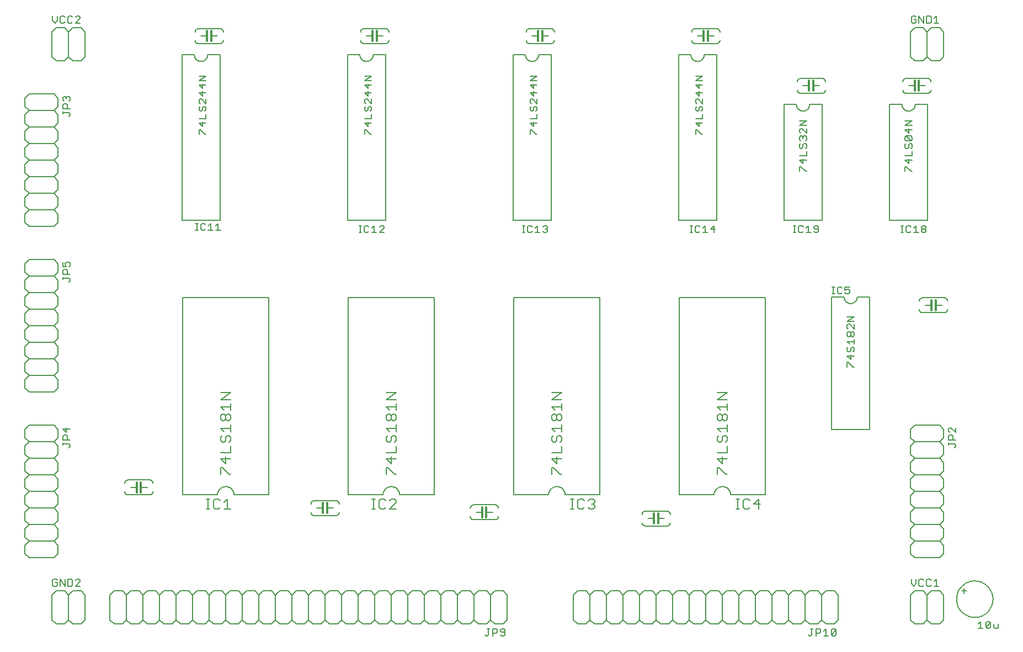
<source format=gtl>
G75*
%MOIN*%
%OFA0B0*%
%FSLAX24Y24*%
%IPPOS*%
%LPD*%
%AMOC8*
5,1,8,0,0,1.08239X$1,22.5*
%
%ADD10C,0.0080*%
%ADD11C,0.0120*%
D10*
X006890Y005890D02*
X007140Y005640D01*
X007640Y005640D01*
X007890Y005890D01*
X007890Y007390D01*
X008140Y007640D01*
X008640Y007640D01*
X008890Y007390D01*
X008890Y005890D01*
X008640Y005640D01*
X008140Y005640D01*
X007890Y005890D01*
X006890Y005890D02*
X006890Y007390D01*
X007140Y007640D01*
X007640Y007640D01*
X007890Y007390D01*
X007851Y007930D02*
X008061Y007930D01*
X008131Y008000D01*
X008131Y008280D01*
X008061Y008350D01*
X007851Y008350D01*
X007851Y007930D01*
X007671Y007930D02*
X007671Y008350D01*
X007390Y008350D02*
X007671Y007930D01*
X007390Y007930D02*
X007390Y008350D01*
X007210Y008280D02*
X007140Y008350D01*
X007000Y008350D01*
X006930Y008280D01*
X006930Y008000D01*
X007000Y007930D01*
X007140Y007930D01*
X007210Y008000D01*
X007210Y008140D01*
X007070Y008140D01*
X008311Y008280D02*
X008381Y008350D01*
X008521Y008350D01*
X008591Y008280D01*
X008591Y008210D01*
X008311Y007930D01*
X008591Y007930D01*
X010390Y007390D02*
X010390Y005890D01*
X010640Y005640D01*
X011140Y005640D01*
X011390Y005890D01*
X011390Y007390D01*
X011140Y007640D01*
X010640Y007640D01*
X010390Y007390D01*
X011390Y007390D02*
X011640Y007640D01*
X012140Y007640D01*
X012390Y007390D01*
X012390Y005890D01*
X012140Y005640D01*
X011640Y005640D01*
X011390Y005890D01*
X012390Y005890D02*
X012640Y005640D01*
X013140Y005640D01*
X013390Y005890D01*
X013390Y007390D01*
X013140Y007640D01*
X012640Y007640D01*
X012390Y007390D01*
X013390Y007390D02*
X013640Y007640D01*
X014140Y007640D01*
X014390Y007390D01*
X014390Y005890D01*
X014140Y005640D01*
X013640Y005640D01*
X013390Y005890D01*
X014390Y005890D02*
X014640Y005640D01*
X015140Y005640D01*
X015390Y005890D01*
X015390Y007390D01*
X015140Y007640D01*
X014640Y007640D01*
X014390Y007390D01*
X015390Y007390D02*
X015640Y007640D01*
X016140Y007640D01*
X016390Y007390D01*
X016390Y005890D01*
X016140Y005640D01*
X015640Y005640D01*
X015390Y005890D01*
X016390Y005890D02*
X016640Y005640D01*
X017140Y005640D01*
X017390Y005890D01*
X017390Y007390D01*
X017640Y007640D01*
X018140Y007640D01*
X018390Y007390D01*
X018390Y005890D01*
X018140Y005640D01*
X017640Y005640D01*
X017390Y005890D01*
X018390Y005890D02*
X018640Y005640D01*
X019140Y005640D01*
X019390Y005890D01*
X019390Y007390D01*
X019640Y007640D01*
X020140Y007640D01*
X020390Y007390D01*
X020390Y005890D01*
X020140Y005640D01*
X019640Y005640D01*
X019390Y005890D01*
X020390Y005890D02*
X020640Y005640D01*
X021140Y005640D01*
X021390Y005890D01*
X021390Y007390D01*
X021640Y007640D01*
X022140Y007640D01*
X022390Y007390D01*
X022390Y005890D01*
X022140Y005640D01*
X021640Y005640D01*
X021390Y005890D01*
X022390Y005890D02*
X022640Y005640D01*
X023140Y005640D01*
X023390Y005890D01*
X023390Y007390D01*
X023640Y007640D01*
X024140Y007640D01*
X024390Y007390D01*
X024390Y005890D01*
X024140Y005640D01*
X023640Y005640D01*
X023390Y005890D01*
X024390Y005890D02*
X024640Y005640D01*
X025140Y005640D01*
X025390Y005890D01*
X025390Y007390D01*
X025640Y007640D01*
X026140Y007640D01*
X026390Y007390D01*
X026390Y005890D01*
X026140Y005640D01*
X025640Y005640D01*
X025390Y005890D01*
X026390Y005890D02*
X026640Y005640D01*
X027140Y005640D01*
X027390Y005890D01*
X027390Y007390D01*
X027640Y007640D01*
X028140Y007640D01*
X028390Y007390D01*
X028390Y005890D01*
X028140Y005640D01*
X027640Y005640D01*
X027390Y005890D01*
X028390Y005890D02*
X028640Y005640D01*
X029140Y005640D01*
X029390Y005890D01*
X029390Y007390D01*
X029140Y007640D01*
X028640Y007640D01*
X028390Y007390D01*
X029390Y007390D02*
X029640Y007640D01*
X030140Y007640D01*
X030390Y007390D01*
X030390Y005890D01*
X030140Y005640D01*
X029640Y005640D01*
X029390Y005890D01*
X030390Y005890D02*
X030640Y005640D01*
X031140Y005640D01*
X031390Y005890D01*
X031390Y007390D01*
X031140Y007640D01*
X030640Y007640D01*
X030390Y007390D01*
X031390Y007390D02*
X031640Y007640D01*
X032140Y007640D01*
X032390Y007390D01*
X032390Y005890D01*
X032140Y005640D01*
X031640Y005640D01*
X031390Y005890D01*
X032390Y005890D02*
X032640Y005640D01*
X033140Y005640D01*
X033390Y005890D01*
X033390Y007390D01*
X033140Y007640D01*
X032640Y007640D01*
X032390Y007390D01*
X033390Y007390D02*
X033640Y007640D01*
X034140Y007640D01*
X034390Y007390D01*
X034390Y005890D01*
X034140Y005640D01*
X033640Y005640D01*
X033390Y005890D01*
X033329Y005350D02*
X033189Y005350D01*
X033259Y005350D02*
X033259Y005000D01*
X033189Y004930D01*
X033119Y004930D01*
X033049Y005000D01*
X033509Y004930D02*
X033509Y005350D01*
X033719Y005350D01*
X033789Y005280D01*
X033789Y005140D01*
X033719Y005070D01*
X033509Y005070D01*
X033970Y005000D02*
X034040Y004930D01*
X034180Y004930D01*
X034250Y005000D01*
X034250Y005280D01*
X034180Y005350D01*
X034040Y005350D01*
X033970Y005280D01*
X033970Y005210D01*
X034040Y005140D01*
X034250Y005140D01*
X038390Y005890D02*
X038640Y005640D01*
X039140Y005640D01*
X039390Y005890D01*
X039390Y007390D01*
X039640Y007640D01*
X040140Y007640D01*
X040390Y007390D01*
X040390Y005890D01*
X040140Y005640D01*
X039640Y005640D01*
X039390Y005890D01*
X038390Y005890D02*
X038390Y007390D01*
X038640Y007640D01*
X039140Y007640D01*
X039390Y007390D01*
X040390Y007390D02*
X040640Y007640D01*
X041140Y007640D01*
X041390Y007390D01*
X041390Y005890D01*
X041140Y005640D01*
X040640Y005640D01*
X040390Y005890D01*
X041390Y005890D02*
X041640Y005640D01*
X042140Y005640D01*
X042390Y005890D01*
X042390Y007390D01*
X042640Y007640D01*
X043140Y007640D01*
X043390Y007390D01*
X043390Y005890D01*
X043140Y005640D01*
X042640Y005640D01*
X042390Y005890D01*
X043390Y005890D02*
X043640Y005640D01*
X044140Y005640D01*
X044390Y005890D01*
X044390Y007390D01*
X044640Y007640D01*
X045140Y007640D01*
X045390Y007390D01*
X045390Y005890D01*
X045140Y005640D01*
X044640Y005640D01*
X044390Y005890D01*
X045390Y005890D02*
X045640Y005640D01*
X046140Y005640D01*
X046390Y005890D01*
X046390Y007390D01*
X046640Y007640D01*
X047140Y007640D01*
X047390Y007390D01*
X047390Y005890D01*
X047140Y005640D01*
X046640Y005640D01*
X046390Y005890D01*
X047390Y005890D02*
X047640Y005640D01*
X048140Y005640D01*
X048390Y005890D01*
X048390Y007390D01*
X048140Y007640D01*
X047640Y007640D01*
X047390Y007390D01*
X046390Y007390D02*
X046140Y007640D01*
X045640Y007640D01*
X045390Y007390D01*
X044390Y007390D02*
X044140Y007640D01*
X043640Y007640D01*
X043390Y007390D01*
X042390Y007390D02*
X042140Y007640D01*
X041640Y007640D01*
X041390Y007390D01*
X042740Y011565D02*
X044040Y011565D01*
X044066Y011567D01*
X044092Y011572D01*
X044117Y011580D01*
X044140Y011592D01*
X044162Y011606D01*
X044181Y011624D01*
X044199Y011643D01*
X044213Y011665D01*
X044225Y011688D01*
X044233Y011713D01*
X044238Y011739D01*
X044240Y011765D01*
X043890Y012015D02*
X043510Y012015D01*
X043260Y012015D02*
X042890Y012015D01*
X042540Y011765D02*
X042542Y011739D01*
X042547Y011713D01*
X042555Y011688D01*
X042567Y011665D01*
X042581Y011643D01*
X042599Y011624D01*
X042618Y011606D01*
X042640Y011592D01*
X042663Y011580D01*
X042688Y011572D01*
X042714Y011567D01*
X042740Y011565D01*
X042540Y012265D02*
X042542Y012291D01*
X042547Y012317D01*
X042555Y012342D01*
X042567Y012365D01*
X042581Y012387D01*
X042599Y012406D01*
X042618Y012424D01*
X042640Y012438D01*
X042663Y012450D01*
X042688Y012458D01*
X042714Y012463D01*
X042740Y012465D01*
X044040Y012465D01*
X044066Y012463D01*
X044092Y012458D01*
X044117Y012450D01*
X044140Y012438D01*
X044162Y012424D01*
X044181Y012406D01*
X044199Y012387D01*
X044213Y012365D01*
X044225Y012342D01*
X044233Y012317D01*
X044238Y012291D01*
X044240Y012265D01*
X044790Y013440D02*
X044790Y025340D01*
X049990Y025340D01*
X049990Y013440D01*
X047890Y013440D01*
X048211Y013201D02*
X048418Y013201D01*
X048315Y013201D02*
X048315Y012580D01*
X048418Y012580D02*
X048211Y012580D01*
X048641Y012683D02*
X048641Y013097D01*
X048744Y013201D01*
X048951Y013201D01*
X049055Y013097D01*
X049285Y012890D02*
X049699Y012890D01*
X049596Y012580D02*
X049596Y013201D01*
X049285Y012890D01*
X049055Y012683D02*
X048951Y012580D01*
X048744Y012580D01*
X048641Y012683D01*
X047890Y013440D02*
X047888Y013484D01*
X047882Y013527D01*
X047873Y013569D01*
X047860Y013611D01*
X047843Y013651D01*
X047823Y013690D01*
X047800Y013727D01*
X047773Y013761D01*
X047744Y013794D01*
X047711Y013823D01*
X047677Y013850D01*
X047640Y013873D01*
X047601Y013893D01*
X047561Y013910D01*
X047519Y013923D01*
X047477Y013932D01*
X047434Y013938D01*
X047390Y013940D01*
X047346Y013938D01*
X047303Y013932D01*
X047261Y013923D01*
X047219Y013910D01*
X047179Y013893D01*
X047140Y013873D01*
X047103Y013850D01*
X047069Y013823D01*
X047036Y013794D01*
X047007Y013761D01*
X046980Y013727D01*
X046957Y013690D01*
X046937Y013651D01*
X046920Y013611D01*
X046907Y013569D01*
X046898Y013527D01*
X046892Y013484D01*
X046890Y013440D01*
X044790Y013440D01*
X047079Y014680D02*
X047079Y015094D01*
X047183Y015094D01*
X047597Y014680D01*
X047700Y014680D01*
X047390Y015325D02*
X047390Y015738D01*
X047700Y015635D02*
X047079Y015635D01*
X047390Y015325D01*
X047700Y015969D02*
X047079Y015969D01*
X047700Y015969D02*
X047700Y016383D01*
X047597Y016614D02*
X047700Y016717D01*
X047700Y016924D01*
X047597Y017027D01*
X047493Y017027D01*
X047390Y016924D01*
X047390Y016717D01*
X047286Y016614D01*
X047183Y016614D01*
X047079Y016717D01*
X047079Y016924D01*
X047183Y017027D01*
X047286Y017258D02*
X047079Y017465D01*
X047700Y017465D01*
X047700Y017258D02*
X047700Y017672D01*
X047597Y017903D02*
X047493Y017903D01*
X047390Y018006D01*
X047390Y018213D01*
X047493Y018316D01*
X047597Y018316D01*
X047700Y018213D01*
X047700Y018006D01*
X047597Y017903D01*
X047390Y018006D02*
X047286Y017903D01*
X047183Y017903D01*
X047079Y018006D01*
X047079Y018213D01*
X047183Y018316D01*
X047286Y018316D01*
X047390Y018213D01*
X047286Y018547D02*
X047079Y018754D01*
X047700Y018754D01*
X047700Y018547D02*
X047700Y018961D01*
X047700Y019192D02*
X047079Y019192D01*
X047700Y019606D01*
X047079Y019606D01*
X053990Y017390D02*
X056290Y017390D01*
X056290Y025390D01*
X055540Y025390D01*
X055538Y025351D01*
X055532Y025312D01*
X055523Y025274D01*
X055510Y025237D01*
X055493Y025201D01*
X055473Y025168D01*
X055449Y025136D01*
X055423Y025107D01*
X055394Y025081D01*
X055362Y025057D01*
X055329Y025037D01*
X055293Y025020D01*
X055256Y025007D01*
X055218Y024998D01*
X055179Y024992D01*
X055140Y024990D01*
X055101Y024992D01*
X055062Y024998D01*
X055024Y025007D01*
X054987Y025020D01*
X054951Y025037D01*
X054918Y025057D01*
X054886Y025081D01*
X054857Y025107D01*
X054831Y025136D01*
X054807Y025168D01*
X054787Y025201D01*
X054770Y025237D01*
X054757Y025274D01*
X054748Y025312D01*
X054742Y025351D01*
X054740Y025390D01*
X053990Y025390D01*
X053990Y017390D01*
X058765Y017390D02*
X058765Y016890D01*
X059015Y016640D01*
X060515Y016640D01*
X060765Y016390D01*
X060765Y015890D01*
X060515Y015640D01*
X059015Y015640D01*
X058765Y015390D01*
X058765Y014890D01*
X059015Y014640D01*
X060515Y014640D01*
X060765Y014390D01*
X060765Y013890D01*
X060515Y013640D01*
X059015Y013640D01*
X058765Y013390D01*
X058765Y012890D01*
X059015Y012640D01*
X060515Y012640D01*
X060765Y012390D01*
X060765Y011890D01*
X060515Y011640D01*
X059015Y011640D01*
X058765Y011390D01*
X058765Y010890D01*
X059015Y010640D01*
X058765Y010390D01*
X058765Y009890D01*
X059015Y009640D01*
X060515Y009640D01*
X060765Y009890D01*
X060765Y010390D01*
X060515Y010640D01*
X059015Y010640D01*
X059015Y011640D02*
X058765Y011890D01*
X058765Y012390D01*
X059015Y012640D01*
X059015Y013640D02*
X058765Y013890D01*
X058765Y014390D01*
X059015Y014640D01*
X059015Y015640D02*
X058765Y015890D01*
X058765Y016390D01*
X059015Y016640D01*
X058765Y017390D02*
X059015Y017640D01*
X060515Y017640D01*
X060765Y017390D01*
X060765Y016890D01*
X060515Y016640D01*
X061055Y016579D02*
X061055Y016439D01*
X061055Y016509D02*
X061405Y016509D01*
X061475Y016439D01*
X061475Y016369D01*
X061405Y016299D01*
X061475Y016759D02*
X061055Y016759D01*
X061055Y016969D01*
X061125Y017039D01*
X061265Y017039D01*
X061335Y016969D01*
X061335Y016759D01*
X061475Y017220D02*
X061195Y017500D01*
X061125Y017500D01*
X061055Y017430D01*
X061055Y017290D01*
X061125Y017220D01*
X061475Y017220D02*
X061475Y017500D01*
X060515Y015640D02*
X060765Y015390D01*
X060765Y014890D01*
X060515Y014640D01*
X060515Y013640D02*
X060765Y013390D01*
X060765Y012890D01*
X060515Y012640D01*
X060515Y011640D02*
X060765Y011390D01*
X060765Y010890D01*
X060515Y010640D01*
X060326Y008350D02*
X060186Y008210D01*
X060006Y008280D02*
X059936Y008350D01*
X059796Y008350D01*
X059726Y008280D01*
X059726Y008000D01*
X059796Y007930D01*
X059936Y007930D01*
X060006Y008000D01*
X060186Y007930D02*
X060466Y007930D01*
X060326Y007930D02*
X060326Y008350D01*
X060515Y007640D02*
X060015Y007640D01*
X059765Y007390D01*
X059765Y005890D01*
X060015Y005640D01*
X060515Y005640D01*
X060765Y005890D01*
X060765Y007390D01*
X060515Y007640D01*
X059765Y007390D02*
X059515Y007640D01*
X059015Y007640D01*
X058765Y007390D01*
X058765Y005890D01*
X059015Y005640D01*
X059515Y005640D01*
X059765Y005890D01*
X061990Y007490D02*
X061990Y007640D01*
X061990Y007790D01*
X061990Y007640D02*
X062140Y007640D01*
X061990Y007640D02*
X061840Y007640D01*
X061540Y007140D02*
X061542Y007206D01*
X061548Y007271D01*
X061558Y007336D01*
X061571Y007401D01*
X061589Y007464D01*
X061610Y007527D01*
X061635Y007587D01*
X061664Y007647D01*
X061696Y007704D01*
X061731Y007760D01*
X061770Y007813D01*
X061812Y007864D01*
X061856Y007912D01*
X061904Y007957D01*
X061954Y008000D01*
X062007Y008039D01*
X062062Y008076D01*
X062119Y008109D01*
X062178Y008138D01*
X062238Y008164D01*
X062300Y008186D01*
X062363Y008205D01*
X062427Y008219D01*
X062492Y008230D01*
X062558Y008237D01*
X062624Y008240D01*
X062689Y008239D01*
X062755Y008234D01*
X062820Y008225D01*
X062885Y008212D01*
X062948Y008196D01*
X063011Y008176D01*
X063072Y008151D01*
X063132Y008124D01*
X063190Y008093D01*
X063246Y008058D01*
X063300Y008020D01*
X063351Y007979D01*
X063400Y007935D01*
X063446Y007888D01*
X063490Y007839D01*
X063530Y007787D01*
X063567Y007732D01*
X063601Y007676D01*
X063631Y007617D01*
X063658Y007557D01*
X063681Y007496D01*
X063700Y007433D01*
X063716Y007369D01*
X063728Y007304D01*
X063736Y007239D01*
X063740Y007173D01*
X063740Y007107D01*
X063736Y007041D01*
X063728Y006976D01*
X063716Y006911D01*
X063700Y006847D01*
X063681Y006784D01*
X063658Y006723D01*
X063631Y006663D01*
X063601Y006604D01*
X063567Y006548D01*
X063530Y006493D01*
X063490Y006441D01*
X063446Y006392D01*
X063400Y006345D01*
X063351Y006301D01*
X063300Y006260D01*
X063246Y006222D01*
X063190Y006187D01*
X063132Y006156D01*
X063072Y006129D01*
X063011Y006104D01*
X062948Y006084D01*
X062885Y006068D01*
X062820Y006055D01*
X062755Y006046D01*
X062689Y006041D01*
X062624Y006040D01*
X062558Y006043D01*
X062492Y006050D01*
X062427Y006061D01*
X062363Y006075D01*
X062300Y006094D01*
X062238Y006116D01*
X062178Y006142D01*
X062119Y006171D01*
X062062Y006204D01*
X062007Y006241D01*
X061954Y006280D01*
X061904Y006323D01*
X061856Y006368D01*
X061812Y006416D01*
X061770Y006467D01*
X061731Y006520D01*
X061696Y006576D01*
X061664Y006633D01*
X061635Y006693D01*
X061610Y006753D01*
X061589Y006816D01*
X061571Y006879D01*
X061558Y006944D01*
X061548Y007009D01*
X061542Y007074D01*
X061540Y007140D01*
X062995Y005800D02*
X062995Y005380D01*
X062855Y005380D02*
X063135Y005380D01*
X063315Y005450D02*
X063596Y005730D01*
X063596Y005450D01*
X063526Y005380D01*
X063385Y005380D01*
X063315Y005450D01*
X063315Y005730D01*
X063385Y005800D01*
X063526Y005800D01*
X063596Y005730D01*
X063776Y005660D02*
X063776Y005450D01*
X063846Y005380D01*
X064056Y005380D01*
X064056Y005660D01*
X062995Y005800D02*
X062855Y005660D01*
X059546Y008000D02*
X059476Y007930D01*
X059335Y007930D01*
X059265Y008000D01*
X059265Y008280D01*
X059335Y008350D01*
X059476Y008350D01*
X059546Y008280D01*
X059085Y008350D02*
X059085Y008070D01*
X058945Y007930D01*
X058805Y008070D01*
X058805Y008350D01*
X054390Y007390D02*
X054390Y005890D01*
X054140Y005640D01*
X053640Y005640D01*
X053390Y005890D01*
X053390Y007390D01*
X053140Y007640D01*
X052640Y007640D01*
X052390Y007390D01*
X052390Y005890D01*
X052140Y005640D01*
X051640Y005640D01*
X051390Y005890D01*
X051390Y007390D01*
X051140Y007640D01*
X050640Y007640D01*
X050390Y007390D01*
X050390Y005890D01*
X050140Y005640D01*
X049640Y005640D01*
X049390Y005890D01*
X049390Y007390D01*
X049140Y007640D01*
X048640Y007640D01*
X048390Y007390D01*
X049390Y007390D02*
X049640Y007640D01*
X050140Y007640D01*
X050390Y007390D01*
X051390Y007390D02*
X051640Y007640D01*
X052140Y007640D01*
X052390Y007390D01*
X053390Y007390D02*
X053640Y007640D01*
X054140Y007640D01*
X054390Y007390D01*
X053390Y005890D02*
X053140Y005640D01*
X052640Y005640D01*
X052390Y005890D01*
X052729Y005350D02*
X052869Y005350D01*
X052799Y005350D02*
X052799Y005000D01*
X052729Y004930D01*
X052658Y004930D01*
X052588Y005000D01*
X053049Y004930D02*
X053049Y005350D01*
X053259Y005350D01*
X053329Y005280D01*
X053329Y005140D01*
X053259Y005070D01*
X053049Y005070D01*
X053509Y004930D02*
X053789Y004930D01*
X053649Y004930D02*
X053649Y005350D01*
X053509Y005210D01*
X053970Y005280D02*
X053970Y005000D01*
X054250Y005280D01*
X054250Y005000D01*
X054180Y004930D01*
X054040Y004930D01*
X053970Y005000D01*
X053970Y005280D02*
X054040Y005350D01*
X054180Y005350D01*
X054250Y005280D01*
X051390Y005890D02*
X051140Y005640D01*
X050640Y005640D01*
X050390Y005890D01*
X049390Y005890D02*
X049140Y005640D01*
X048640Y005640D01*
X048390Y005890D01*
X039699Y012683D02*
X039596Y012580D01*
X039389Y012580D01*
X039285Y012683D01*
X039055Y012683D02*
X038951Y012580D01*
X038744Y012580D01*
X038641Y012683D01*
X038641Y013097D01*
X038744Y013201D01*
X038951Y013201D01*
X039055Y013097D01*
X039285Y013097D02*
X039389Y013201D01*
X039596Y013201D01*
X039699Y013097D01*
X039699Y012994D01*
X039596Y012890D01*
X039699Y012787D01*
X039699Y012683D01*
X039596Y012890D02*
X039492Y012890D01*
X039990Y013440D02*
X039990Y025340D01*
X034790Y025340D01*
X034790Y013440D01*
X036890Y013440D01*
X036892Y013484D01*
X036898Y013527D01*
X036907Y013569D01*
X036920Y013611D01*
X036937Y013651D01*
X036957Y013690D01*
X036980Y013727D01*
X037007Y013761D01*
X037036Y013794D01*
X037069Y013823D01*
X037103Y013850D01*
X037140Y013873D01*
X037179Y013893D01*
X037219Y013910D01*
X037261Y013923D01*
X037303Y013932D01*
X037346Y013938D01*
X037390Y013940D01*
X037434Y013938D01*
X037477Y013932D01*
X037519Y013923D01*
X037561Y013910D01*
X037601Y013893D01*
X037640Y013873D01*
X037677Y013850D01*
X037711Y013823D01*
X037744Y013794D01*
X037773Y013761D01*
X037800Y013727D01*
X037823Y013690D01*
X037843Y013651D01*
X037860Y013611D01*
X037873Y013569D01*
X037882Y013527D01*
X037888Y013484D01*
X037890Y013440D01*
X039990Y013440D01*
X038418Y013201D02*
X038211Y013201D01*
X038315Y013201D02*
X038315Y012580D01*
X038418Y012580D02*
X038211Y012580D01*
X037700Y014680D02*
X037597Y014680D01*
X037183Y015094D01*
X037079Y015094D01*
X037079Y014680D01*
X037390Y015325D02*
X037390Y015738D01*
X037700Y015635D02*
X037079Y015635D01*
X037390Y015325D01*
X037700Y015969D02*
X037079Y015969D01*
X037700Y015969D02*
X037700Y016383D01*
X037597Y016614D02*
X037700Y016717D01*
X037700Y016924D01*
X037597Y017027D01*
X037493Y017027D01*
X037390Y016924D01*
X037390Y016717D01*
X037286Y016614D01*
X037183Y016614D01*
X037079Y016717D01*
X037079Y016924D01*
X037183Y017027D01*
X037286Y017258D02*
X037079Y017465D01*
X037700Y017465D01*
X037700Y017258D02*
X037700Y017672D01*
X037597Y017903D02*
X037493Y017903D01*
X037390Y018006D01*
X037390Y018213D01*
X037493Y018316D01*
X037597Y018316D01*
X037700Y018213D01*
X037700Y018006D01*
X037597Y017903D01*
X037390Y018006D02*
X037286Y017903D01*
X037183Y017903D01*
X037079Y018006D01*
X037079Y018213D01*
X037183Y018316D01*
X037286Y018316D01*
X037390Y018213D01*
X037286Y018547D02*
X037079Y018754D01*
X037700Y018754D01*
X037700Y018547D02*
X037700Y018961D01*
X037700Y019192D02*
X037079Y019192D01*
X037700Y019606D01*
X037079Y019606D01*
X029990Y025340D02*
X029990Y013440D01*
X027890Y013440D01*
X027596Y013201D02*
X027389Y013201D01*
X027285Y013097D01*
X027055Y013097D02*
X026951Y013201D01*
X026744Y013201D01*
X026641Y013097D01*
X026641Y012683D01*
X026744Y012580D01*
X026951Y012580D01*
X027055Y012683D01*
X027285Y012580D02*
X027699Y012994D01*
X027699Y013097D01*
X027596Y013201D01*
X027890Y013440D02*
X027888Y013484D01*
X027882Y013527D01*
X027873Y013569D01*
X027860Y013611D01*
X027843Y013651D01*
X027823Y013690D01*
X027800Y013727D01*
X027773Y013761D01*
X027744Y013794D01*
X027711Y013823D01*
X027677Y013850D01*
X027640Y013873D01*
X027601Y013893D01*
X027561Y013910D01*
X027519Y013923D01*
X027477Y013932D01*
X027434Y013938D01*
X027390Y013940D01*
X027346Y013938D01*
X027303Y013932D01*
X027261Y013923D01*
X027219Y013910D01*
X027179Y013893D01*
X027140Y013873D01*
X027103Y013850D01*
X027069Y013823D01*
X027036Y013794D01*
X027007Y013761D01*
X026980Y013727D01*
X026957Y013690D01*
X026937Y013651D01*
X026920Y013611D01*
X026907Y013569D01*
X026898Y013527D01*
X026892Y013484D01*
X026890Y013440D01*
X024790Y013440D01*
X024790Y025340D01*
X029990Y025340D01*
X026950Y029280D02*
X026670Y029280D01*
X026950Y029560D01*
X026950Y029630D01*
X026880Y029700D01*
X026740Y029700D01*
X026670Y029630D01*
X026349Y029700D02*
X026349Y029280D01*
X026209Y029280D02*
X026489Y029280D01*
X026209Y029560D02*
X026349Y029700D01*
X026029Y029630D02*
X025959Y029700D01*
X025819Y029700D01*
X025749Y029630D01*
X025749Y029350D01*
X025819Y029280D01*
X025959Y029280D01*
X026029Y029350D01*
X025582Y029280D02*
X025442Y029280D01*
X025512Y029280D02*
X025512Y029700D01*
X025442Y029700D02*
X025582Y029700D01*
X024740Y030015D02*
X027040Y030015D01*
X027040Y040015D01*
X026290Y040015D01*
X026288Y039976D01*
X026282Y039937D01*
X026273Y039899D01*
X026260Y039862D01*
X026243Y039826D01*
X026223Y039793D01*
X026199Y039761D01*
X026173Y039732D01*
X026144Y039706D01*
X026112Y039682D01*
X026079Y039662D01*
X026043Y039645D01*
X026006Y039632D01*
X025968Y039623D01*
X025929Y039617D01*
X025890Y039615D01*
X025851Y039617D01*
X025812Y039623D01*
X025774Y039632D01*
X025737Y039645D01*
X025701Y039662D01*
X025668Y039682D01*
X025636Y039706D01*
X025607Y039732D01*
X025581Y039761D01*
X025557Y039793D01*
X025537Y039826D01*
X025520Y039862D01*
X025507Y039899D01*
X025498Y039937D01*
X025492Y039976D01*
X025490Y040015D01*
X024740Y040015D01*
X024740Y030015D01*
X019990Y025340D02*
X019990Y013440D01*
X017890Y013440D01*
X017492Y013201D02*
X017492Y012580D01*
X017285Y012580D02*
X017699Y012580D01*
X017285Y012994D02*
X017492Y013201D01*
X017890Y013440D02*
X017888Y013484D01*
X017882Y013527D01*
X017873Y013569D01*
X017860Y013611D01*
X017843Y013651D01*
X017823Y013690D01*
X017800Y013727D01*
X017773Y013761D01*
X017744Y013794D01*
X017711Y013823D01*
X017677Y013850D01*
X017640Y013873D01*
X017601Y013893D01*
X017561Y013910D01*
X017519Y013923D01*
X017477Y013932D01*
X017434Y013938D01*
X017390Y013940D01*
X017346Y013938D01*
X017303Y013932D01*
X017261Y013923D01*
X017219Y013910D01*
X017179Y013893D01*
X017140Y013873D01*
X017103Y013850D01*
X017069Y013823D01*
X017036Y013794D01*
X017007Y013761D01*
X016980Y013727D01*
X016957Y013690D01*
X016937Y013651D01*
X016920Y013611D01*
X016907Y013569D01*
X016898Y013527D01*
X016892Y013484D01*
X016890Y013440D01*
X014790Y013440D01*
X014790Y025340D01*
X019990Y025340D01*
X017075Y029405D02*
X016795Y029405D01*
X016935Y029405D02*
X016935Y029825D01*
X016795Y029685D01*
X016614Y029405D02*
X016334Y029405D01*
X016474Y029405D02*
X016474Y029825D01*
X016334Y029685D01*
X016154Y029755D02*
X016084Y029825D01*
X015944Y029825D01*
X015874Y029755D01*
X015874Y029475D01*
X015944Y029405D01*
X016084Y029405D01*
X016154Y029475D01*
X015707Y029405D02*
X015567Y029405D01*
X015637Y029405D02*
X015637Y029825D01*
X015567Y029825D02*
X015707Y029825D01*
X014740Y030015D02*
X017040Y030015D01*
X017040Y040015D01*
X016290Y040015D01*
X016288Y039976D01*
X016282Y039937D01*
X016273Y039899D01*
X016260Y039862D01*
X016243Y039826D01*
X016223Y039793D01*
X016199Y039761D01*
X016173Y039732D01*
X016144Y039706D01*
X016112Y039682D01*
X016079Y039662D01*
X016043Y039645D01*
X016006Y039632D01*
X015968Y039623D01*
X015929Y039617D01*
X015890Y039615D01*
X015851Y039617D01*
X015812Y039623D01*
X015774Y039632D01*
X015737Y039645D01*
X015701Y039662D01*
X015668Y039682D01*
X015636Y039706D01*
X015607Y039732D01*
X015581Y039761D01*
X015557Y039793D01*
X015537Y039826D01*
X015520Y039862D01*
X015507Y039899D01*
X015498Y039937D01*
X015492Y039976D01*
X015490Y040015D01*
X014740Y040015D01*
X014740Y030015D01*
X007975Y027430D02*
X007975Y027290D01*
X007905Y027220D01*
X007765Y027220D02*
X007695Y027360D01*
X007695Y027430D01*
X007765Y027500D01*
X007905Y027500D01*
X007975Y027430D01*
X007765Y027220D02*
X007555Y027220D01*
X007555Y027500D01*
X007265Y027390D02*
X007265Y026890D01*
X007015Y026640D01*
X005515Y026640D01*
X005265Y026390D01*
X005265Y025890D01*
X005515Y025640D01*
X007015Y025640D01*
X007265Y025390D01*
X007265Y024890D01*
X007015Y024640D01*
X005515Y024640D01*
X005265Y024390D01*
X005265Y023890D01*
X005515Y023640D01*
X007015Y023640D01*
X007265Y023390D01*
X007265Y022890D01*
X007015Y022640D01*
X005515Y022640D01*
X005265Y022390D01*
X005265Y021890D01*
X005515Y021640D01*
X007015Y021640D01*
X007265Y021390D01*
X007265Y020890D01*
X007015Y020640D01*
X007265Y020390D01*
X007265Y019890D01*
X007015Y019640D01*
X005515Y019640D01*
X005265Y019890D01*
X005265Y020390D01*
X005515Y020640D01*
X007015Y020640D01*
X007015Y021640D02*
X007265Y021890D01*
X007265Y022390D01*
X007015Y022640D01*
X007015Y023640D02*
X007265Y023890D01*
X007265Y024390D01*
X007015Y024640D01*
X007015Y025640D02*
X007265Y025890D01*
X007265Y026390D01*
X007015Y026640D01*
X007555Y026579D02*
X007555Y026439D01*
X007555Y026509D02*
X007905Y026509D01*
X007975Y026439D01*
X007975Y026369D01*
X007905Y026299D01*
X007975Y026759D02*
X007555Y026759D01*
X007555Y026969D01*
X007625Y027039D01*
X007765Y027039D01*
X007835Y026969D01*
X007835Y026759D01*
X007265Y027390D02*
X007015Y027640D01*
X005515Y027640D01*
X005265Y027390D01*
X005265Y026890D01*
X005515Y026640D01*
X005515Y025640D02*
X005265Y025390D01*
X005265Y024890D01*
X005515Y024640D01*
X005515Y023640D02*
X005265Y023390D01*
X005265Y022890D01*
X005515Y022640D01*
X005515Y021640D02*
X005265Y021390D01*
X005265Y020890D01*
X005515Y020640D01*
X005515Y017640D02*
X007015Y017640D01*
X007265Y017390D01*
X007265Y016890D01*
X007015Y016640D01*
X005515Y016640D01*
X005265Y016390D01*
X005265Y015890D01*
X005515Y015640D01*
X007015Y015640D01*
X007265Y015390D01*
X007265Y014890D01*
X007015Y014640D01*
X005515Y014640D01*
X005265Y014390D01*
X005265Y013890D01*
X005515Y013640D01*
X007015Y013640D01*
X007265Y013390D01*
X007265Y012890D01*
X007015Y012640D01*
X005515Y012640D01*
X005265Y012390D01*
X005265Y011890D01*
X005515Y011640D01*
X007015Y011640D01*
X007265Y011390D01*
X007265Y010890D01*
X007015Y010640D01*
X007265Y010390D01*
X007265Y009890D01*
X007015Y009640D01*
X005515Y009640D01*
X005265Y009890D01*
X005265Y010390D01*
X005515Y010640D01*
X007015Y010640D01*
X007015Y011640D02*
X007265Y011890D01*
X007265Y012390D01*
X007015Y012640D01*
X007015Y013640D02*
X007265Y013890D01*
X007265Y014390D01*
X007015Y014640D01*
X007015Y015640D02*
X007265Y015890D01*
X007265Y016390D01*
X007015Y016640D01*
X007555Y016579D02*
X007555Y016439D01*
X007555Y016509D02*
X007905Y016509D01*
X007975Y016439D01*
X007975Y016369D01*
X007905Y016299D01*
X007975Y016759D02*
X007555Y016759D01*
X007555Y016969D01*
X007625Y017039D01*
X007765Y017039D01*
X007835Y016969D01*
X007835Y016759D01*
X007765Y017220D02*
X007765Y017500D01*
X007975Y017430D02*
X007555Y017430D01*
X007765Y017220D01*
X005515Y017640D02*
X005265Y017390D01*
X005265Y016890D01*
X005515Y016640D01*
X005515Y015640D02*
X005265Y015390D01*
X005265Y014890D01*
X005515Y014640D01*
X005515Y013640D02*
X005265Y013390D01*
X005265Y012890D01*
X005515Y012640D01*
X005515Y011640D02*
X005265Y011390D01*
X005265Y010890D01*
X005515Y010640D01*
X011490Y013440D02*
X012790Y013440D01*
X012816Y013442D01*
X012842Y013447D01*
X012867Y013455D01*
X012890Y013467D01*
X012912Y013481D01*
X012931Y013499D01*
X012949Y013518D01*
X012963Y013540D01*
X012975Y013563D01*
X012983Y013588D01*
X012988Y013614D01*
X012990Y013640D01*
X012640Y013890D02*
X012260Y013890D01*
X012010Y013890D02*
X011640Y013890D01*
X011290Y014140D02*
X011292Y014166D01*
X011297Y014192D01*
X011305Y014217D01*
X011317Y014240D01*
X011331Y014262D01*
X011349Y014281D01*
X011368Y014299D01*
X011390Y014313D01*
X011413Y014325D01*
X011438Y014333D01*
X011464Y014338D01*
X011490Y014340D01*
X012790Y014340D01*
X012816Y014338D01*
X012842Y014333D01*
X012867Y014325D01*
X012890Y014313D01*
X012912Y014299D01*
X012931Y014281D01*
X012949Y014262D01*
X012963Y014240D01*
X012975Y014217D01*
X012983Y014192D01*
X012988Y014166D01*
X012990Y014140D01*
X011490Y013440D02*
X011464Y013442D01*
X011438Y013447D01*
X011413Y013455D01*
X011390Y013467D01*
X011368Y013481D01*
X011349Y013499D01*
X011331Y013518D01*
X011317Y013540D01*
X011305Y013563D01*
X011297Y013588D01*
X011292Y013614D01*
X011290Y013640D01*
X016211Y013201D02*
X016418Y013201D01*
X016315Y013201D02*
X016315Y012580D01*
X016418Y012580D02*
X016211Y012580D01*
X016641Y012683D02*
X016641Y013097D01*
X016744Y013201D01*
X016951Y013201D01*
X017055Y013097D01*
X017055Y012683D02*
X016951Y012580D01*
X016744Y012580D01*
X016641Y012683D01*
X017079Y014680D02*
X017079Y015094D01*
X017183Y015094D01*
X017597Y014680D01*
X017700Y014680D01*
X017390Y015325D02*
X017390Y015738D01*
X017700Y015635D02*
X017079Y015635D01*
X017390Y015325D01*
X017700Y015969D02*
X017700Y016383D01*
X017597Y016614D02*
X017700Y016717D01*
X017700Y016924D01*
X017597Y017027D01*
X017493Y017027D01*
X017390Y016924D01*
X017390Y016717D01*
X017286Y016614D01*
X017183Y016614D01*
X017079Y016717D01*
X017079Y016924D01*
X017183Y017027D01*
X017286Y017258D02*
X017079Y017465D01*
X017700Y017465D01*
X017700Y017258D02*
X017700Y017672D01*
X017597Y017903D02*
X017493Y017903D01*
X017390Y018006D01*
X017390Y018213D01*
X017493Y018316D01*
X017597Y018316D01*
X017700Y018213D01*
X017700Y018006D01*
X017597Y017903D01*
X017390Y018006D02*
X017286Y017903D01*
X017183Y017903D01*
X017079Y018006D01*
X017079Y018213D01*
X017183Y018316D01*
X017286Y018316D01*
X017390Y018213D01*
X017286Y018547D02*
X017079Y018754D01*
X017700Y018754D01*
X017700Y018547D02*
X017700Y018961D01*
X017700Y019192D02*
X017079Y019192D01*
X017700Y019606D01*
X017079Y019606D01*
X017079Y015969D02*
X017700Y015969D01*
X022740Y013090D02*
X024040Y013090D01*
X024066Y013088D01*
X024092Y013083D01*
X024117Y013075D01*
X024140Y013063D01*
X024162Y013049D01*
X024181Y013031D01*
X024199Y013012D01*
X024213Y012990D01*
X024225Y012967D01*
X024233Y012942D01*
X024238Y012916D01*
X024240Y012890D01*
X023890Y012640D02*
X023510Y012640D01*
X023260Y012640D02*
X022890Y012640D01*
X022540Y012390D02*
X022542Y012364D01*
X022547Y012338D01*
X022555Y012313D01*
X022567Y012290D01*
X022581Y012268D01*
X022599Y012249D01*
X022618Y012231D01*
X022640Y012217D01*
X022663Y012205D01*
X022688Y012197D01*
X022714Y012192D01*
X022740Y012190D01*
X024040Y012190D01*
X024066Y012192D01*
X024092Y012197D01*
X024117Y012205D01*
X024140Y012217D01*
X024162Y012231D01*
X024181Y012249D01*
X024199Y012268D01*
X024213Y012290D01*
X024225Y012313D01*
X024233Y012338D01*
X024238Y012364D01*
X024240Y012390D01*
X022740Y013090D02*
X022714Y013088D01*
X022688Y013083D01*
X022663Y013075D01*
X022640Y013063D01*
X022618Y013049D01*
X022599Y013031D01*
X022581Y013012D01*
X022567Y012990D01*
X022555Y012967D01*
X022547Y012942D01*
X022542Y012916D01*
X022540Y012890D01*
X026211Y012580D02*
X026418Y012580D01*
X026315Y012580D02*
X026315Y013201D01*
X026418Y013201D02*
X026211Y013201D01*
X027285Y012580D02*
X027699Y012580D01*
X027700Y014680D02*
X027597Y014680D01*
X027183Y015094D01*
X027079Y015094D01*
X027079Y014680D01*
X027390Y015325D02*
X027390Y015738D01*
X027700Y015635D02*
X027079Y015635D01*
X027390Y015325D01*
X027700Y015969D02*
X027079Y015969D01*
X027700Y015969D02*
X027700Y016383D01*
X027597Y016614D02*
X027700Y016717D01*
X027700Y016924D01*
X027597Y017027D01*
X027493Y017027D01*
X027390Y016924D01*
X027390Y016717D01*
X027286Y016614D01*
X027183Y016614D01*
X027079Y016717D01*
X027079Y016924D01*
X027183Y017027D01*
X027286Y017258D02*
X027079Y017465D01*
X027700Y017465D01*
X027700Y017258D02*
X027700Y017672D01*
X027597Y017903D02*
X027700Y018006D01*
X027700Y018213D01*
X027597Y018316D01*
X027493Y018316D01*
X027390Y018213D01*
X027390Y018006D01*
X027286Y017903D01*
X027183Y017903D01*
X027079Y018006D01*
X027079Y018213D01*
X027183Y018316D01*
X027286Y018316D01*
X027390Y018213D01*
X027390Y018006D02*
X027493Y017903D01*
X027597Y017903D01*
X027700Y018547D02*
X027700Y018961D01*
X027700Y018754D02*
X027079Y018754D01*
X027286Y018547D01*
X027079Y019192D02*
X027700Y019606D01*
X027079Y019606D01*
X027079Y019192D02*
X027700Y019192D01*
X032365Y012840D02*
X033665Y012840D01*
X033691Y012838D01*
X033717Y012833D01*
X033742Y012825D01*
X033765Y012813D01*
X033787Y012799D01*
X033806Y012781D01*
X033824Y012762D01*
X033838Y012740D01*
X033850Y012717D01*
X033858Y012692D01*
X033863Y012666D01*
X033865Y012640D01*
X033515Y012390D02*
X033135Y012390D01*
X032885Y012390D02*
X032515Y012390D01*
X032165Y012640D02*
X032167Y012666D01*
X032172Y012692D01*
X032180Y012717D01*
X032192Y012740D01*
X032206Y012762D01*
X032224Y012781D01*
X032243Y012799D01*
X032265Y012813D01*
X032288Y012825D01*
X032313Y012833D01*
X032339Y012838D01*
X032365Y012840D01*
X032165Y012140D02*
X032167Y012114D01*
X032172Y012088D01*
X032180Y012063D01*
X032192Y012040D01*
X032206Y012018D01*
X032224Y011999D01*
X032243Y011981D01*
X032265Y011967D01*
X032288Y011955D01*
X032313Y011947D01*
X032339Y011942D01*
X032365Y011940D01*
X033665Y011940D01*
X033691Y011942D01*
X033717Y011947D01*
X033742Y011955D01*
X033765Y011967D01*
X033787Y011981D01*
X033806Y011999D01*
X033824Y012018D01*
X033838Y012040D01*
X033850Y012063D01*
X033858Y012088D01*
X033863Y012114D01*
X033865Y012140D01*
X027390Y007390D02*
X027140Y007640D01*
X026640Y007640D01*
X026390Y007390D01*
X025390Y007390D02*
X025140Y007640D01*
X024640Y007640D01*
X024390Y007390D01*
X023390Y007390D02*
X023140Y007640D01*
X022640Y007640D01*
X022390Y007390D01*
X021390Y007390D02*
X021140Y007640D01*
X020640Y007640D01*
X020390Y007390D01*
X019390Y007390D02*
X019140Y007640D01*
X018640Y007640D01*
X018390Y007390D01*
X017390Y007390D02*
X017140Y007640D01*
X016640Y007640D01*
X016390Y007390D01*
X007015Y029640D02*
X005515Y029640D01*
X005265Y029890D01*
X005265Y030390D01*
X005515Y030640D01*
X007015Y030640D01*
X007265Y030390D01*
X007265Y029890D01*
X007015Y029640D01*
X007015Y030640D02*
X007265Y030890D01*
X007265Y031390D01*
X007015Y031640D01*
X005515Y031640D01*
X005265Y031390D01*
X005265Y030890D01*
X005515Y030640D01*
X005515Y031640D02*
X005265Y031890D01*
X005265Y032390D01*
X005515Y032640D01*
X007015Y032640D01*
X007265Y032390D01*
X007265Y031890D01*
X007015Y031640D01*
X007015Y032640D02*
X007265Y032890D01*
X007265Y033390D01*
X007015Y033640D01*
X005515Y033640D01*
X005265Y033390D01*
X005265Y032890D01*
X005515Y032640D01*
X005515Y033640D02*
X005265Y033890D01*
X005265Y034390D01*
X005515Y034640D01*
X007015Y034640D01*
X007265Y034390D01*
X007265Y033890D01*
X007015Y033640D01*
X007015Y034640D02*
X007265Y034890D01*
X007265Y035390D01*
X007015Y035640D01*
X005515Y035640D01*
X005265Y035390D01*
X005265Y034890D01*
X005515Y034640D01*
X005515Y035640D02*
X005265Y035890D01*
X005265Y036390D01*
X005515Y036640D01*
X007015Y036640D01*
X007265Y036390D01*
X007265Y035890D01*
X007015Y035640D01*
X007555Y036439D02*
X007555Y036579D01*
X007555Y036509D02*
X007905Y036509D01*
X007975Y036439D01*
X007975Y036369D01*
X007905Y036299D01*
X007975Y036759D02*
X007555Y036759D01*
X007555Y036969D01*
X007625Y037039D01*
X007765Y037039D01*
X007835Y036969D01*
X007835Y036759D01*
X007905Y037220D02*
X007975Y037290D01*
X007975Y037430D01*
X007905Y037500D01*
X007835Y037500D01*
X007765Y037430D01*
X007765Y037360D01*
X007765Y037430D02*
X007695Y037500D01*
X007625Y037500D01*
X007555Y037430D01*
X007555Y037290D01*
X007625Y037220D01*
X007265Y037390D02*
X007265Y036890D01*
X007015Y036640D01*
X007265Y037390D02*
X007015Y037640D01*
X005515Y037640D01*
X005265Y037390D01*
X005265Y036890D01*
X005515Y036640D01*
X007140Y039640D02*
X006890Y039890D01*
X006890Y041390D01*
X007140Y041640D01*
X007640Y041640D01*
X007890Y041390D01*
X007890Y039890D01*
X008140Y039640D01*
X008640Y039640D01*
X008890Y039890D01*
X008890Y041390D01*
X008640Y041640D01*
X008140Y041640D01*
X007890Y041390D01*
X007921Y041930D02*
X008061Y041930D01*
X008131Y042000D01*
X008311Y041930D02*
X008591Y042210D01*
X008591Y042280D01*
X008521Y042350D01*
X008381Y042350D01*
X008311Y042280D01*
X008131Y042280D02*
X008061Y042350D01*
X007921Y042350D01*
X007851Y042280D01*
X007851Y042000D01*
X007921Y041930D01*
X007671Y042000D02*
X007601Y041930D01*
X007460Y041930D01*
X007390Y042000D01*
X007390Y042280D01*
X007460Y042350D01*
X007601Y042350D01*
X007671Y042280D01*
X007210Y042350D02*
X007210Y042070D01*
X007070Y041930D01*
X006930Y042070D01*
X006930Y042350D01*
X008311Y041930D02*
X008591Y041930D01*
X007890Y039890D02*
X007640Y039640D01*
X007140Y039640D01*
X015740Y040690D02*
X017040Y040690D01*
X017066Y040692D01*
X017092Y040697D01*
X017117Y040705D01*
X017140Y040717D01*
X017162Y040731D01*
X017181Y040749D01*
X017199Y040768D01*
X017213Y040790D01*
X017225Y040813D01*
X017233Y040838D01*
X017238Y040864D01*
X017240Y040890D01*
X016890Y041140D02*
X016510Y041140D01*
X016260Y041140D02*
X015890Y041140D01*
X015540Y041390D02*
X015542Y041416D01*
X015547Y041442D01*
X015555Y041467D01*
X015567Y041490D01*
X015581Y041512D01*
X015599Y041531D01*
X015618Y041549D01*
X015640Y041563D01*
X015663Y041575D01*
X015688Y041583D01*
X015714Y041588D01*
X015740Y041590D01*
X017040Y041590D01*
X017066Y041588D01*
X017092Y041583D01*
X017117Y041575D01*
X017140Y041563D01*
X017162Y041549D01*
X017181Y041531D01*
X017199Y041512D01*
X017213Y041490D01*
X017225Y041467D01*
X017233Y041442D01*
X017238Y041416D01*
X017240Y041390D01*
X015740Y040690D02*
X015714Y040692D01*
X015688Y040697D01*
X015663Y040705D01*
X015640Y040717D01*
X015618Y040731D01*
X015599Y040749D01*
X015581Y040768D01*
X015567Y040790D01*
X015555Y040813D01*
X015547Y040838D01*
X015542Y040864D01*
X015540Y040890D01*
X015780Y038725D02*
X016200Y038725D01*
X015780Y038445D01*
X016200Y038445D01*
X016200Y038194D02*
X015780Y038194D01*
X015990Y037984D01*
X015990Y038264D01*
X015990Y037804D02*
X015990Y037524D01*
X015780Y037734D01*
X016200Y037734D01*
X016200Y037344D02*
X016200Y037063D01*
X015920Y037344D01*
X015850Y037344D01*
X015780Y037274D01*
X015780Y037133D01*
X015850Y037063D01*
X015850Y036883D02*
X015780Y036813D01*
X015780Y036673D01*
X015850Y036603D01*
X015920Y036603D01*
X015990Y036673D01*
X015990Y036813D01*
X016060Y036883D01*
X016130Y036883D01*
X016200Y036813D01*
X016200Y036673D01*
X016130Y036603D01*
X016200Y036423D02*
X016200Y036143D01*
X015780Y036143D01*
X015780Y035892D02*
X015990Y035682D01*
X015990Y035962D01*
X016200Y035892D02*
X015780Y035892D01*
X015780Y035502D02*
X015850Y035502D01*
X016130Y035222D01*
X016200Y035222D01*
X015780Y035222D02*
X015780Y035502D01*
X025780Y035502D02*
X025780Y035222D01*
X025780Y035502D02*
X025850Y035502D01*
X026130Y035222D01*
X026200Y035222D01*
X025990Y035682D02*
X025990Y035962D01*
X026200Y035892D02*
X025780Y035892D01*
X025990Y035682D01*
X026200Y036143D02*
X026200Y036423D01*
X026130Y036603D02*
X026200Y036673D01*
X026200Y036813D01*
X026130Y036883D01*
X026060Y036883D01*
X025990Y036813D01*
X025990Y036673D01*
X025920Y036603D01*
X025850Y036603D01*
X025780Y036673D01*
X025780Y036813D01*
X025850Y036883D01*
X025850Y037063D02*
X025780Y037133D01*
X025780Y037274D01*
X025850Y037344D01*
X025920Y037344D01*
X026200Y037063D01*
X026200Y037344D01*
X025990Y037524D02*
X025990Y037804D01*
X025990Y037984D02*
X025990Y038264D01*
X026200Y038194D02*
X025780Y038194D01*
X025990Y037984D01*
X026200Y037734D02*
X025780Y037734D01*
X025990Y037524D01*
X026200Y038445D02*
X025780Y038445D01*
X026200Y038725D01*
X025780Y038725D01*
X025740Y040690D02*
X027040Y040690D01*
X027066Y040692D01*
X027092Y040697D01*
X027117Y040705D01*
X027140Y040717D01*
X027162Y040731D01*
X027181Y040749D01*
X027199Y040768D01*
X027213Y040790D01*
X027225Y040813D01*
X027233Y040838D01*
X027238Y040864D01*
X027240Y040890D01*
X026890Y041140D02*
X026510Y041140D01*
X026260Y041140D02*
X025890Y041140D01*
X025540Y041390D02*
X025542Y041416D01*
X025547Y041442D01*
X025555Y041467D01*
X025567Y041490D01*
X025581Y041512D01*
X025599Y041531D01*
X025618Y041549D01*
X025640Y041563D01*
X025663Y041575D01*
X025688Y041583D01*
X025714Y041588D01*
X025740Y041590D01*
X027040Y041590D01*
X027066Y041588D01*
X027092Y041583D01*
X027117Y041575D01*
X027140Y041563D01*
X027162Y041549D01*
X027181Y041531D01*
X027199Y041512D01*
X027213Y041490D01*
X027225Y041467D01*
X027233Y041442D01*
X027238Y041416D01*
X027240Y041390D01*
X025740Y040690D02*
X025714Y040692D01*
X025688Y040697D01*
X025663Y040705D01*
X025640Y040717D01*
X025618Y040731D01*
X025599Y040749D01*
X025581Y040768D01*
X025567Y040790D01*
X025555Y040813D01*
X025547Y040838D01*
X025542Y040864D01*
X025540Y040890D01*
X025780Y036143D02*
X026200Y036143D01*
X034740Y040015D02*
X035490Y040015D01*
X035492Y039976D01*
X035498Y039937D01*
X035507Y039899D01*
X035520Y039862D01*
X035537Y039826D01*
X035557Y039793D01*
X035581Y039761D01*
X035607Y039732D01*
X035636Y039706D01*
X035668Y039682D01*
X035701Y039662D01*
X035737Y039645D01*
X035774Y039632D01*
X035812Y039623D01*
X035851Y039617D01*
X035890Y039615D01*
X035929Y039617D01*
X035968Y039623D01*
X036006Y039632D01*
X036043Y039645D01*
X036079Y039662D01*
X036112Y039682D01*
X036144Y039706D01*
X036173Y039732D01*
X036199Y039761D01*
X036223Y039793D01*
X036243Y039826D01*
X036260Y039862D01*
X036273Y039899D01*
X036282Y039937D01*
X036288Y039976D01*
X036290Y040015D01*
X037040Y040015D01*
X037040Y030015D01*
X034740Y030015D01*
X034740Y040015D01*
X035740Y040690D02*
X037040Y040690D01*
X037066Y040692D01*
X037092Y040697D01*
X037117Y040705D01*
X037140Y040717D01*
X037162Y040731D01*
X037181Y040749D01*
X037199Y040768D01*
X037213Y040790D01*
X037225Y040813D01*
X037233Y040838D01*
X037238Y040864D01*
X037240Y040890D01*
X036890Y041140D02*
X036510Y041140D01*
X036260Y041140D02*
X035890Y041140D01*
X035540Y041390D02*
X035542Y041416D01*
X035547Y041442D01*
X035555Y041467D01*
X035567Y041490D01*
X035581Y041512D01*
X035599Y041531D01*
X035618Y041549D01*
X035640Y041563D01*
X035663Y041575D01*
X035688Y041583D01*
X035714Y041588D01*
X035740Y041590D01*
X037040Y041590D01*
X037066Y041588D01*
X037092Y041583D01*
X037117Y041575D01*
X037140Y041563D01*
X037162Y041549D01*
X037181Y041531D01*
X037199Y041512D01*
X037213Y041490D01*
X037225Y041467D01*
X037233Y041442D01*
X037238Y041416D01*
X037240Y041390D01*
X035740Y040690D02*
X035714Y040692D01*
X035688Y040697D01*
X035663Y040705D01*
X035640Y040717D01*
X035618Y040731D01*
X035599Y040749D01*
X035581Y040768D01*
X035567Y040790D01*
X035555Y040813D01*
X035547Y040838D01*
X035542Y040864D01*
X035540Y040890D01*
X035780Y038725D02*
X036200Y038725D01*
X035780Y038445D01*
X036200Y038445D01*
X036200Y038194D02*
X035780Y038194D01*
X035990Y037984D01*
X035990Y038264D01*
X035990Y037804D02*
X035990Y037524D01*
X035780Y037734D01*
X036200Y037734D01*
X036200Y037344D02*
X036200Y037063D01*
X035920Y037344D01*
X035850Y037344D01*
X035780Y037274D01*
X035780Y037133D01*
X035850Y037063D01*
X035850Y036883D02*
X035780Y036813D01*
X035780Y036673D01*
X035850Y036603D01*
X035920Y036603D01*
X035990Y036673D01*
X035990Y036813D01*
X036060Y036883D01*
X036130Y036883D01*
X036200Y036813D01*
X036200Y036673D01*
X036130Y036603D01*
X036200Y036423D02*
X036200Y036143D01*
X035780Y036143D01*
X035780Y035892D02*
X035990Y035682D01*
X035990Y035962D01*
X036200Y035892D02*
X035780Y035892D01*
X035780Y035502D02*
X035850Y035502D01*
X036130Y035222D01*
X036200Y035222D01*
X035780Y035222D02*
X035780Y035502D01*
X035834Y029700D02*
X035694Y029700D01*
X035624Y029630D01*
X035624Y029350D01*
X035694Y029280D01*
X035834Y029280D01*
X035904Y029350D01*
X036084Y029280D02*
X036364Y029280D01*
X036224Y029280D02*
X036224Y029700D01*
X036084Y029560D01*
X035904Y029630D02*
X035834Y029700D01*
X035457Y029700D02*
X035317Y029700D01*
X035387Y029700D02*
X035387Y029280D01*
X035317Y029280D02*
X035457Y029280D01*
X036545Y029350D02*
X036615Y029280D01*
X036755Y029280D01*
X036825Y029350D01*
X036825Y029420D01*
X036755Y029490D01*
X036685Y029490D01*
X036755Y029490D02*
X036825Y029560D01*
X036825Y029630D01*
X036755Y029700D01*
X036615Y029700D01*
X036545Y029630D01*
X044740Y030015D02*
X047040Y030015D01*
X047040Y040015D01*
X046290Y040015D01*
X046288Y039976D01*
X046282Y039937D01*
X046273Y039899D01*
X046260Y039862D01*
X046243Y039826D01*
X046223Y039793D01*
X046199Y039761D01*
X046173Y039732D01*
X046144Y039706D01*
X046112Y039682D01*
X046079Y039662D01*
X046043Y039645D01*
X046006Y039632D01*
X045968Y039623D01*
X045929Y039617D01*
X045890Y039615D01*
X045851Y039617D01*
X045812Y039623D01*
X045774Y039632D01*
X045737Y039645D01*
X045701Y039662D01*
X045668Y039682D01*
X045636Y039706D01*
X045607Y039732D01*
X045581Y039761D01*
X045557Y039793D01*
X045537Y039826D01*
X045520Y039862D01*
X045507Y039899D01*
X045498Y039937D01*
X045492Y039976D01*
X045490Y040015D01*
X044740Y040015D01*
X044740Y030015D01*
X045442Y029700D02*
X045582Y029700D01*
X045512Y029700D02*
X045512Y029280D01*
X045442Y029280D02*
X045582Y029280D01*
X045749Y029350D02*
X045819Y029280D01*
X045959Y029280D01*
X046029Y029350D01*
X046209Y029280D02*
X046489Y029280D01*
X046349Y029280D02*
X046349Y029700D01*
X046209Y029560D01*
X046029Y029630D02*
X045959Y029700D01*
X045819Y029700D01*
X045749Y029630D01*
X045749Y029350D01*
X046670Y029490D02*
X046950Y029490D01*
X046880Y029280D02*
X046880Y029700D01*
X046670Y029490D01*
X051115Y030015D02*
X053415Y030015D01*
X053415Y037015D01*
X052665Y037015D01*
X052663Y036976D01*
X052657Y036937D01*
X052648Y036899D01*
X052635Y036862D01*
X052618Y036826D01*
X052598Y036793D01*
X052574Y036761D01*
X052548Y036732D01*
X052519Y036706D01*
X052487Y036682D01*
X052454Y036662D01*
X052418Y036645D01*
X052381Y036632D01*
X052343Y036623D01*
X052304Y036617D01*
X052265Y036615D01*
X052226Y036617D01*
X052187Y036623D01*
X052149Y036632D01*
X052112Y036645D01*
X052076Y036662D01*
X052043Y036682D01*
X052011Y036706D01*
X051982Y036732D01*
X051956Y036761D01*
X051932Y036793D01*
X051912Y036826D01*
X051895Y036862D01*
X051882Y036899D01*
X051873Y036937D01*
X051867Y036976D01*
X051865Y037015D01*
X051115Y037015D01*
X051115Y030015D01*
X051692Y029700D02*
X051832Y029700D01*
X051762Y029700D02*
X051762Y029280D01*
X051692Y029280D02*
X051832Y029280D01*
X051999Y029350D02*
X052069Y029280D01*
X052209Y029280D01*
X052279Y029350D01*
X052459Y029280D02*
X052739Y029280D01*
X052599Y029280D02*
X052599Y029700D01*
X052459Y029560D01*
X052279Y029630D02*
X052209Y029700D01*
X052069Y029700D01*
X051999Y029630D01*
X051999Y029350D01*
X052920Y029350D02*
X052990Y029280D01*
X053130Y029280D01*
X053200Y029350D01*
X053200Y029630D01*
X053130Y029700D01*
X052990Y029700D01*
X052920Y029630D01*
X052920Y029560D01*
X052990Y029490D01*
X053200Y029490D01*
X057490Y030015D02*
X059790Y030015D01*
X059790Y037015D01*
X059040Y037015D01*
X059038Y036976D01*
X059032Y036937D01*
X059023Y036899D01*
X059010Y036862D01*
X058993Y036826D01*
X058973Y036793D01*
X058949Y036761D01*
X058923Y036732D01*
X058894Y036706D01*
X058862Y036682D01*
X058829Y036662D01*
X058793Y036645D01*
X058756Y036632D01*
X058718Y036623D01*
X058679Y036617D01*
X058640Y036615D01*
X058601Y036617D01*
X058562Y036623D01*
X058524Y036632D01*
X058487Y036645D01*
X058451Y036662D01*
X058418Y036682D01*
X058386Y036706D01*
X058357Y036732D01*
X058331Y036761D01*
X058307Y036793D01*
X058287Y036826D01*
X058270Y036862D01*
X058257Y036899D01*
X058248Y036937D01*
X058242Y036976D01*
X058240Y037015D01*
X057490Y037015D01*
X057490Y030015D01*
X058192Y029700D02*
X058332Y029700D01*
X058262Y029700D02*
X058262Y029280D01*
X058192Y029280D02*
X058332Y029280D01*
X058499Y029350D02*
X058569Y029280D01*
X058709Y029280D01*
X058779Y029350D01*
X058959Y029280D02*
X059239Y029280D01*
X059099Y029280D02*
X059099Y029700D01*
X058959Y029560D01*
X058779Y029630D02*
X058709Y029700D01*
X058569Y029700D01*
X058499Y029630D01*
X058499Y029350D01*
X059420Y029350D02*
X059420Y029420D01*
X059490Y029490D01*
X059630Y029490D01*
X059700Y029420D01*
X059700Y029350D01*
X059630Y029280D01*
X059490Y029280D01*
X059420Y029350D01*
X059490Y029490D02*
X059420Y029560D01*
X059420Y029630D01*
X059490Y029700D01*
X059630Y029700D01*
X059700Y029630D01*
X059700Y029560D01*
X059630Y029490D01*
X058850Y032982D02*
X058780Y032982D01*
X058500Y033262D01*
X058430Y033262D01*
X058430Y032982D01*
X058640Y033443D02*
X058640Y033723D01*
X058850Y033653D02*
X058430Y033653D01*
X058640Y033443D01*
X058850Y033903D02*
X058850Y034183D01*
X058780Y034363D02*
X058850Y034433D01*
X058850Y034574D01*
X058780Y034644D01*
X058710Y034644D01*
X058640Y034574D01*
X058640Y034433D01*
X058570Y034363D01*
X058500Y034363D01*
X058430Y034433D01*
X058430Y034574D01*
X058500Y034644D01*
X058500Y034824D02*
X058430Y034894D01*
X058430Y035034D01*
X058500Y035104D01*
X058780Y034824D01*
X058850Y034894D01*
X058850Y035034D01*
X058780Y035104D01*
X058500Y035104D01*
X058640Y035284D02*
X058640Y035564D01*
X058850Y035494D02*
X058430Y035494D01*
X058640Y035284D01*
X058780Y034824D02*
X058500Y034824D01*
X058430Y035745D02*
X058850Y036025D01*
X058430Y036025D01*
X058430Y035745D02*
X058850Y035745D01*
X058850Y033903D02*
X058430Y033903D01*
X058490Y037690D02*
X059790Y037690D01*
X059816Y037692D01*
X059842Y037697D01*
X059867Y037705D01*
X059890Y037717D01*
X059912Y037731D01*
X059931Y037749D01*
X059949Y037768D01*
X059963Y037790D01*
X059975Y037813D01*
X059983Y037838D01*
X059988Y037864D01*
X059990Y037890D01*
X059640Y038140D02*
X059260Y038140D01*
X059010Y038140D02*
X058640Y038140D01*
X058290Y037890D02*
X058292Y037864D01*
X058297Y037838D01*
X058305Y037813D01*
X058317Y037790D01*
X058331Y037768D01*
X058349Y037749D01*
X058368Y037731D01*
X058390Y037717D01*
X058413Y037705D01*
X058438Y037697D01*
X058464Y037692D01*
X058490Y037690D01*
X058290Y038390D02*
X058292Y038416D01*
X058297Y038442D01*
X058305Y038467D01*
X058317Y038490D01*
X058331Y038512D01*
X058349Y038531D01*
X058368Y038549D01*
X058390Y038563D01*
X058413Y038575D01*
X058438Y038583D01*
X058464Y038588D01*
X058490Y038590D01*
X059790Y038590D01*
X059816Y038588D01*
X059842Y038583D01*
X059867Y038575D01*
X059890Y038563D01*
X059912Y038549D01*
X059931Y038531D01*
X059949Y038512D01*
X059963Y038490D01*
X059975Y038467D01*
X059983Y038442D01*
X059988Y038416D01*
X059990Y038390D01*
X060015Y039640D02*
X060515Y039640D01*
X060765Y039890D01*
X060765Y041390D01*
X060515Y041640D01*
X060015Y041640D01*
X059765Y041390D01*
X059765Y039890D01*
X060015Y039640D01*
X059765Y039890D02*
X059515Y039640D01*
X059015Y039640D01*
X058765Y039890D01*
X058765Y041390D01*
X059015Y041640D01*
X059515Y041640D01*
X059765Y041390D01*
X059726Y041930D02*
X059936Y041930D01*
X060006Y042000D01*
X060006Y042280D01*
X059936Y042350D01*
X059726Y042350D01*
X059726Y041930D01*
X059546Y041930D02*
X059546Y042350D01*
X059265Y042350D02*
X059546Y041930D01*
X059265Y041930D02*
X059265Y042350D01*
X059085Y042280D02*
X059015Y042350D01*
X058875Y042350D01*
X058805Y042280D01*
X058805Y042000D01*
X058875Y041930D01*
X059015Y041930D01*
X059085Y042000D01*
X059085Y042140D01*
X058945Y042140D01*
X060186Y042210D02*
X060326Y042350D01*
X060326Y041930D01*
X060186Y041930D02*
X060466Y041930D01*
X053415Y038590D02*
X052115Y038590D01*
X052089Y038588D01*
X052063Y038583D01*
X052038Y038575D01*
X052015Y038563D01*
X051993Y038549D01*
X051974Y038531D01*
X051956Y038512D01*
X051942Y038490D01*
X051930Y038467D01*
X051922Y038442D01*
X051917Y038416D01*
X051915Y038390D01*
X052265Y038140D02*
X052635Y038140D01*
X052885Y038140D02*
X053265Y038140D01*
X053615Y037890D02*
X053613Y037864D01*
X053608Y037838D01*
X053600Y037813D01*
X053588Y037790D01*
X053574Y037768D01*
X053556Y037749D01*
X053537Y037731D01*
X053515Y037717D01*
X053492Y037705D01*
X053467Y037697D01*
X053441Y037692D01*
X053415Y037690D01*
X052115Y037690D01*
X052089Y037692D01*
X052063Y037697D01*
X052038Y037705D01*
X052015Y037717D01*
X051993Y037731D01*
X051974Y037749D01*
X051956Y037768D01*
X051942Y037790D01*
X051930Y037813D01*
X051922Y037838D01*
X051917Y037864D01*
X051915Y037890D01*
X053415Y038590D02*
X053441Y038588D01*
X053467Y038583D01*
X053492Y038575D01*
X053515Y038563D01*
X053537Y038549D01*
X053556Y038531D01*
X053574Y038512D01*
X053588Y038490D01*
X053600Y038467D01*
X053608Y038442D01*
X053613Y038416D01*
X053615Y038390D01*
X052475Y036025D02*
X052055Y036025D01*
X052055Y035745D02*
X052475Y036025D01*
X052475Y035745D02*
X052055Y035745D01*
X052125Y035564D02*
X052055Y035494D01*
X052055Y035354D01*
X052125Y035284D01*
X052125Y035104D02*
X052195Y035104D01*
X052265Y035034D01*
X052335Y035104D01*
X052405Y035104D01*
X052475Y035034D01*
X052475Y034894D01*
X052405Y034824D01*
X052405Y034644D02*
X052475Y034574D01*
X052475Y034433D01*
X052405Y034363D01*
X052265Y034433D02*
X052195Y034363D01*
X052125Y034363D01*
X052055Y034433D01*
X052055Y034574D01*
X052125Y034644D01*
X052265Y034574D02*
X052335Y034644D01*
X052405Y034644D01*
X052265Y034574D02*
X052265Y034433D01*
X052475Y034183D02*
X052475Y033903D01*
X052055Y033903D01*
X052055Y033653D02*
X052265Y033443D01*
X052265Y033723D01*
X052475Y033653D02*
X052055Y033653D01*
X052055Y033262D02*
X052125Y033262D01*
X052405Y032982D01*
X052475Y032982D01*
X052055Y032982D02*
X052055Y033262D01*
X052125Y034824D02*
X052055Y034894D01*
X052055Y035034D01*
X052125Y035104D01*
X052265Y035034D02*
X052265Y034964D01*
X052475Y035284D02*
X052195Y035564D01*
X052125Y035564D01*
X052475Y035564D02*
X052475Y035284D01*
X046200Y035222D02*
X046130Y035222D01*
X045850Y035502D01*
X045780Y035502D01*
X045780Y035222D01*
X045990Y035682D02*
X045990Y035962D01*
X046200Y035892D02*
X045780Y035892D01*
X045990Y035682D01*
X045780Y036143D02*
X046200Y036143D01*
X046200Y036423D01*
X046130Y036603D02*
X046200Y036673D01*
X046200Y036813D01*
X046130Y036883D01*
X046060Y036883D01*
X045990Y036813D01*
X045990Y036673D01*
X045920Y036603D01*
X045850Y036603D01*
X045780Y036673D01*
X045780Y036813D01*
X045850Y036883D01*
X045850Y037063D02*
X045780Y037133D01*
X045780Y037274D01*
X045850Y037344D01*
X045920Y037344D01*
X046200Y037063D01*
X046200Y037344D01*
X045990Y037524D02*
X045990Y037804D01*
X045990Y037984D02*
X045990Y038264D01*
X046200Y038194D02*
X045780Y038194D01*
X045990Y037984D01*
X046200Y037734D02*
X045780Y037734D01*
X045990Y037524D01*
X046200Y038445D02*
X045780Y038445D01*
X046200Y038725D01*
X045780Y038725D01*
X045740Y040690D02*
X047040Y040690D01*
X047066Y040692D01*
X047092Y040697D01*
X047117Y040705D01*
X047140Y040717D01*
X047162Y040731D01*
X047181Y040749D01*
X047199Y040768D01*
X047213Y040790D01*
X047225Y040813D01*
X047233Y040838D01*
X047238Y040864D01*
X047240Y040890D01*
X046890Y041140D02*
X046510Y041140D01*
X046260Y041140D02*
X045890Y041140D01*
X045540Y041390D02*
X045542Y041416D01*
X045547Y041442D01*
X045555Y041467D01*
X045567Y041490D01*
X045581Y041512D01*
X045599Y041531D01*
X045618Y041549D01*
X045640Y041563D01*
X045663Y041575D01*
X045688Y041583D01*
X045714Y041588D01*
X045740Y041590D01*
X047040Y041590D01*
X047066Y041588D01*
X047092Y041583D01*
X047117Y041575D01*
X047140Y041563D01*
X047162Y041549D01*
X047181Y041531D01*
X047199Y041512D01*
X047213Y041490D01*
X047225Y041467D01*
X047233Y041442D01*
X047238Y041416D01*
X047240Y041390D01*
X045740Y040690D02*
X045714Y040692D01*
X045688Y040697D01*
X045663Y040705D01*
X045640Y040717D01*
X045618Y040731D01*
X045599Y040749D01*
X045581Y040768D01*
X045567Y040790D01*
X045555Y040813D01*
X045547Y040838D01*
X045542Y040864D01*
X045540Y040890D01*
X054030Y026000D02*
X054170Y026000D01*
X054100Y026000D02*
X054100Y025580D01*
X054030Y025580D02*
X054170Y025580D01*
X054337Y025650D02*
X054407Y025580D01*
X054547Y025580D01*
X054617Y025650D01*
X054797Y025650D02*
X054867Y025580D01*
X055008Y025580D01*
X055078Y025650D01*
X055078Y025790D01*
X055008Y025860D01*
X054937Y025860D01*
X054797Y025790D01*
X054797Y026000D01*
X055078Y026000D01*
X054617Y025930D02*
X054547Y026000D01*
X054407Y026000D01*
X054337Y025930D01*
X054337Y025650D01*
X054930Y024200D02*
X055350Y024200D01*
X054930Y023920D01*
X055350Y023920D01*
X055350Y023739D02*
X055350Y023459D01*
X055070Y023739D01*
X055000Y023739D01*
X054930Y023669D01*
X054930Y023529D01*
X055000Y023459D01*
X055000Y023279D02*
X055070Y023279D01*
X055140Y023209D01*
X055140Y023069D01*
X055070Y022999D01*
X055000Y022999D01*
X054930Y023069D01*
X054930Y023209D01*
X055000Y023279D01*
X055140Y023209D02*
X055210Y023279D01*
X055280Y023279D01*
X055350Y023209D01*
X055350Y023069D01*
X055280Y022999D01*
X055210Y022999D01*
X055140Y023069D01*
X055350Y022819D02*
X055350Y022538D01*
X055350Y022679D02*
X054930Y022679D01*
X055070Y022538D01*
X055000Y022358D02*
X054930Y022288D01*
X054930Y022148D01*
X055000Y022078D01*
X055070Y022078D01*
X055140Y022148D01*
X055140Y022288D01*
X055210Y022358D01*
X055280Y022358D01*
X055350Y022288D01*
X055350Y022148D01*
X055280Y022078D01*
X055140Y021898D02*
X055140Y021618D01*
X054930Y021828D01*
X055350Y021828D01*
X055000Y021437D02*
X055280Y021157D01*
X055350Y021157D01*
X054930Y021157D02*
X054930Y021437D01*
X055000Y021437D01*
X059490Y024440D02*
X060790Y024440D01*
X060816Y024442D01*
X060842Y024447D01*
X060867Y024455D01*
X060890Y024467D01*
X060912Y024481D01*
X060931Y024499D01*
X060949Y024518D01*
X060963Y024540D01*
X060975Y024563D01*
X060983Y024588D01*
X060988Y024614D01*
X060990Y024640D01*
X060640Y024890D02*
X060270Y024890D01*
X060020Y024890D02*
X059640Y024890D01*
X059290Y025140D02*
X059292Y025166D01*
X059297Y025192D01*
X059305Y025217D01*
X059317Y025240D01*
X059331Y025262D01*
X059349Y025281D01*
X059368Y025299D01*
X059390Y025313D01*
X059413Y025325D01*
X059438Y025333D01*
X059464Y025338D01*
X059490Y025340D01*
X060790Y025340D01*
X060816Y025338D01*
X060842Y025333D01*
X060867Y025325D01*
X060890Y025313D01*
X060912Y025299D01*
X060931Y025281D01*
X060949Y025262D01*
X060963Y025240D01*
X060975Y025217D01*
X060983Y025192D01*
X060988Y025166D01*
X060990Y025140D01*
X059490Y024440D02*
X059464Y024442D01*
X059438Y024447D01*
X059413Y024455D01*
X059390Y024467D01*
X059368Y024481D01*
X059349Y024499D01*
X059331Y024518D01*
X059317Y024540D01*
X059305Y024563D01*
X059297Y024588D01*
X059292Y024614D01*
X059290Y024640D01*
D11*
X060020Y024590D02*
X060020Y024890D01*
X060020Y025190D01*
X060270Y025190D02*
X060270Y024890D01*
X060270Y024590D01*
X043510Y012315D02*
X043510Y012015D01*
X043510Y011715D01*
X043260Y011715D02*
X043260Y012015D01*
X043260Y012315D01*
X033135Y012390D02*
X033135Y012090D01*
X032885Y012090D02*
X032885Y012390D01*
X032885Y012690D01*
X033135Y012690D02*
X033135Y012390D01*
X023510Y012340D02*
X023510Y012640D01*
X023510Y012940D01*
X023260Y012940D02*
X023260Y012640D01*
X023260Y012340D01*
X012260Y013590D02*
X012260Y013890D01*
X012260Y014190D01*
X012010Y014190D02*
X012010Y013890D01*
X012010Y013590D01*
X016260Y040840D02*
X016260Y041140D01*
X016260Y041440D01*
X016510Y041440D02*
X016510Y041140D01*
X016510Y040840D01*
X026260Y040840D02*
X026260Y041140D01*
X026260Y041440D01*
X026510Y041440D02*
X026510Y041140D01*
X026510Y040840D01*
X036260Y040840D02*
X036260Y041140D01*
X036260Y041440D01*
X036510Y041440D02*
X036510Y041140D01*
X036510Y040840D01*
X046260Y040840D02*
X046260Y041140D01*
X046260Y041440D01*
X046510Y041440D02*
X046510Y041140D01*
X046510Y040840D01*
X052635Y038440D02*
X052635Y038140D01*
X052635Y037840D01*
X052885Y037840D02*
X052885Y038140D01*
X052885Y038440D01*
X059010Y038440D02*
X059010Y038140D01*
X059010Y037840D01*
X059260Y037840D02*
X059260Y038140D01*
X059260Y038440D01*
M02*

</source>
